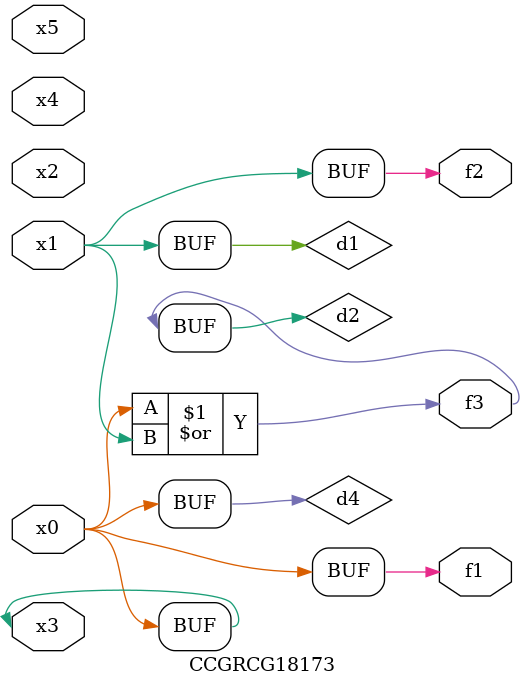
<source format=v>
module CCGRCG18173(
	input x0, x1, x2, x3, x4, x5,
	output f1, f2, f3
);

	wire d1, d2, d3, d4;

	and (d1, x1);
	or (d2, x0, x1);
	nand (d3, x0, x5);
	buf (d4, x0, x3);
	assign f1 = d4;
	assign f2 = d1;
	assign f3 = d2;
endmodule

</source>
